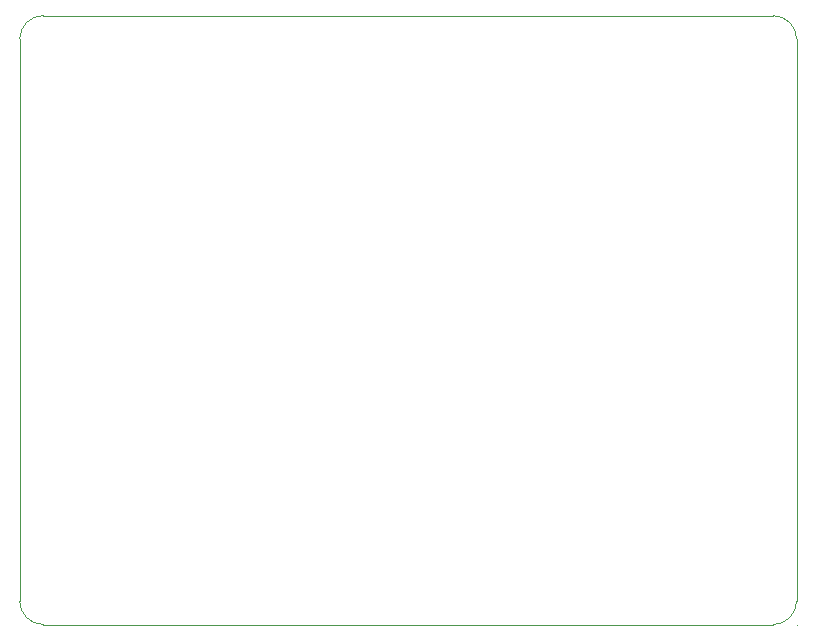
<source format=gm1>
%TF.GenerationSoftware,KiCad,Pcbnew,8.0.7*%
%TF.CreationDate,2025-01-22T20:40:04+05:30*%
%TF.ProjectId,Esp_Test,4573705f-5465-4737-942e-6b696361645f,rev?*%
%TF.SameCoordinates,Original*%
%TF.FileFunction,Profile,NP*%
%FSLAX46Y46*%
G04 Gerber Fmt 4.6, Leading zero omitted, Abs format (unit mm)*
G04 Created by KiCad (PCBNEW 8.0.7) date 2025-01-22 20:40:04*
%MOMM*%
%LPD*%
G01*
G04 APERTURE LIST*
%TA.AperFunction,Profile*%
%ADD10C,0.038100*%
%TD*%
G04 APERTURE END LIST*
D10*
X258350000Y-35814000D02*
G75*
G02*
X260350000Y-37814000I0J-2000000D01*
G01*
X196564000Y-35814000D02*
X258350000Y-35814000D01*
X194564000Y-37814000D02*
G75*
G02*
X196564000Y-35814000I2000000J0D01*
G01*
X196564000Y-87376000D02*
X258350000Y-87376000D01*
X260350000Y-87376000D02*
X260350000Y-87376000D01*
X260350000Y-37814000D02*
X260350000Y-85376000D01*
X196564000Y-87376000D02*
G75*
G02*
X194564000Y-85376000I0J2000000D01*
G01*
X260350000Y-85376000D02*
G75*
G02*
X258350000Y-87376000I-2000000J0D01*
G01*
X194564000Y-85376000D02*
X194564000Y-37814000D01*
M02*

</source>
